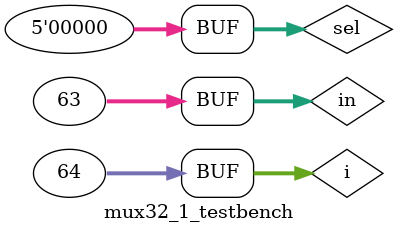
<source format=sv>
`timescale 1ps/1ps
module mux32_1 #(parameter delay = 50) (out, in ,sel); 
	output logic out; 
	input logic [31:0] in; 
	input logic [4:0]sel;
	logic [3:0]x; //wires
	
	mux8_1 #(delay) m0(.out(x[0]),.in(in[7:0]),.sel(sel[2:0]));
	mux8_1 #(delay) m1(.out(x[1]),.in(in[15:8]),.sel(sel[2:0])); 
	mux8_1 #(delay) m2(.out(x[2]),.in(in[23:16]),.sel(sel[2:0])); 
	mux8_1 #(delay) m3(.out(x[3]),.in(in[31:24]),.sel(sel[2:0])); 
	mux4_1 #(delay) m4(.out(out), .in(x), .sel(sel[4:3])); 
endmodule 
 
module mux32_1_testbench(); 
	logic [31:0]in; 
	logic [4:0]sel; 
	logic out; 
	
	mux32_1 dut (.out, .in, .sel); 
	
	integer i; 
	initial begin 
	in=32'h11111111;
		#10 sel=24;
		#10 sel= 4;
		#10;
		for(i=0; i<64; i++) begin 
			{sel,in} = i; #10; 
		end 
	end 
endmodule 

</source>
